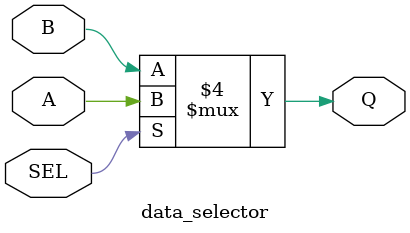
<source format=v>

module data_selector(
    input A,
    input B,
    input SEL,
    output reg Q
);

initial
    begin
        $display("RUN starting ...");
    end


always @(A or B or SEL)
    begin
        if (SEL)
            Q = A;
        else
            Q = B;
    end


endmodule

</source>
